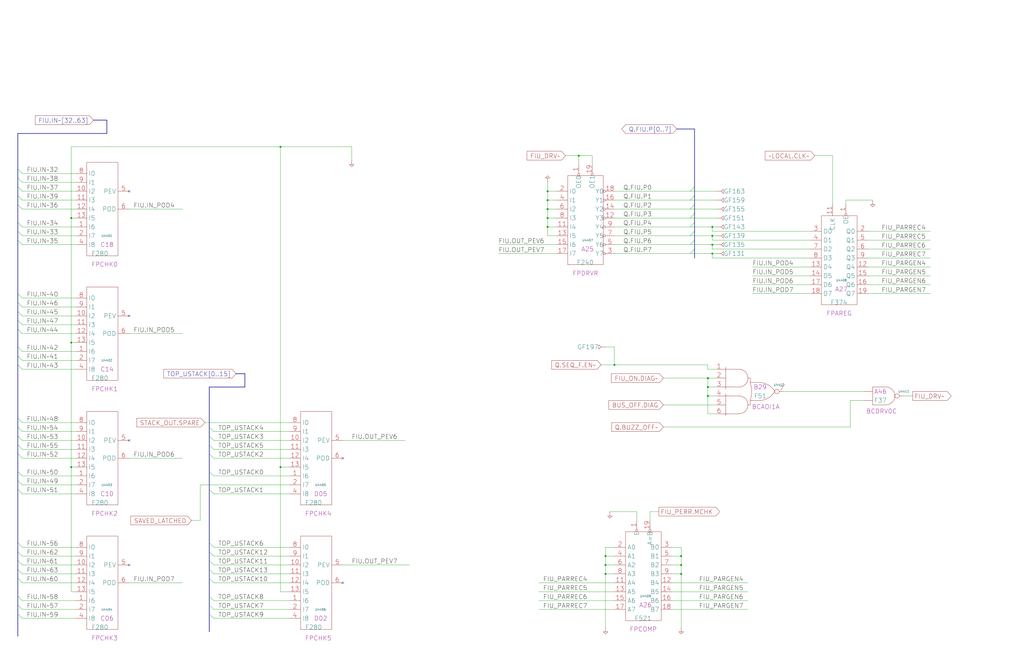
<source format=kicad_sch>
(kicad_sch (version 20250114) (generator "eeschema") (generator_version "9.0")
  (paper "User" 584.2 378.46)
  (title_block (title "FIU BUS TRANCEIVER\\nPARITY + BUS DRIVE LOGIC") (date "22-MAY-90") (rev "1.0") (comment 1 "SEQUENCER") (comment 2 "232-003064") (comment 3 "S400") (comment 4 "RELEASED"))
  (lib_symbols
    (symbol "r1000:F240" (pin_names (offset 1.016))
      (property "Reference" "U" (at 2.54 5.08 0))
      (property "Value" "F240" (at -3.81 -7.62 0))
      (property "Location" "___" (at -1.27 0 0))
      (property "Name" "______" (at 1.27 -15.24 0))
      (symbol "F240_1_1"
        (rectangle (start -8.89 41.91) (end 11.43 -8.89))
        (circle (center -2.54 42.545) (radius 0.635))
        (circle (center 5.08 42.545) (radius 0.635))
        (circle (center 12.065 33.02) (radius 0.635))
        (circle (center 12.065 27.94) (radius 0.635))
        (circle (center 12.065 22.86) (radius 0.635))
        (circle (center 12.065 17.78) (radius 0.635))
        (circle (center 12.065 12.7) (radius 0.635))
        (circle (center 12.065 7.62) (radius 0.635))
        (circle (center 12.065 2.54) (radius 0.635))
        (circle (center 12.065 -2.54) (radius 0.635))
        (pin input line (at -15.24 33.02 0) (length 6.35) (name "I0") (number "2"))
        (pin input line (at -15.24 27.94 0) (length 6.35) (name "I1") (number "4"))
        (pin input line (at -15.24 22.86 0) (length 6.35) (name "I2") (number "6"))
        (pin input line (at -15.24 17.78 0) (length 6.35) (name "I3") (number "8"))
        (pin input line (at -15.24 12.7 0) (length 6.35) (name "I4") (number "11"))
        (pin input line (at -15.24 7.62 0) (length 6.35) (name "I5") (number "13"))
        (pin input line (at -15.24 2.54 0) (length 6.35) (name "I6") (number "15"))
        (pin input line (at -15.24 -2.54 0) (length 6.35) (name "I7") (number "17"))
        (pin input line (at -2.54 48.26 270) (length 5.08) (name "OE0") (number "1"))
        (pin input line (at 5.08 48.26 270) (length 5.08) (name "OE1") (number "19"))
        (pin tri_state line (at 17.78 33.02 180) (length 5.08) (name "Y0") (number "18"))
        (pin tri_state line (at 17.78 27.94 180) (length 5.08) (name "Y1") (number "16"))
        (pin tri_state line (at 17.78 22.86 180) (length 5.08) (name "Y2") (number "14"))
        (pin tri_state line (at 17.78 17.78 180) (length 5.08) (name "Y3") (number "12"))
        (pin tri_state line (at 17.78 12.7 180) (length 5.08) (name "Y4") (number "9"))
        (pin tri_state line (at 17.78 7.62 180) (length 5.08) (name "Y5") (number "7"))
        (pin tri_state line (at 17.78 2.54 180) (length 5.08) (name "Y6") (number "5"))
        (pin tri_state line (at 17.78 -2.54 180) (length 5.08) (name "Y7") (number "3"))
      )
    )
    (symbol "r1000:F280" (pin_names (offset 1.016))
      (property "Reference" "U" (at 2.54 5.08 0))
      (property "Value" "F280" (at -6.35 -5.08 0))
      (property "Location" "___" (at -1.27 0 0))
      (property "Name" "______" (at 1.27 -12.7 0))
      (symbol "F280_1_1"
        (rectangle (start -8.89 46.99) (end 8.89 -6.35))
        (pin input line (at -15.24 40.64 0) (length 6.35) (name "I0") (number "8"))
        (pin input line (at -15.24 35.56 0) (length 6.35) (name "I1") (number "9"))
        (pin input line (at -15.24 30.48 0) (length 6.35) (name "I2") (number "10"))
        (pin input line (at -15.24 25.4 0) (length 6.35) (name "I3") (number "11"))
        (pin input line (at -15.24 20.32 0) (length 6.35) (name "I4") (number "12"))
        (pin input line (at -15.24 15.24 0) (length 6.35) (name "I5") (number "13"))
        (pin input line (at -15.24 10.16 0) (length 6.35) (name "I6") (number "1"))
        (pin input line (at -15.24 5.08 0) (length 6.35) (name "I7") (number "2"))
        (pin input line (at -15.24 0 0) (length 6.35) (name "I8") (number "4"))
        (pin output line (at 15.24 30.48 180) (length 6.35) (name "PEV") (number "5"))
        (pin output line (at 15.24 20.32 180) (length 6.35) (name "POD") (number "6"))
      )
    )
    (symbol "r1000:F37" (pin_numbers (hide yes)) (pin_names (offset 0) (hide yes))
      (property "Reference" "U" (at 15.24 0 0))
      (property "Value" "F37" (at 1.905 -5.08 0))
      (property "Location" "___" (at 1.905 0 0))
      (property "Name" "______" (at 2.54 -12.7 0))
      (symbol "F37_0_1"
        (polyline (pts (xy -2.54 2.54) (xy -2.54 -7.62)) (stroke (width 0.1524)))
        (polyline (pts (xy -2.54 2.54) (xy 5.08 2.54)) (stroke (width 0.1524)))
        (polyline (pts (xy -2.54 -7.62) (xy 5.08 -7.62)) (stroke (width 0.1524)))
        (arc (start 5.08 2.54) (mid 10.1281 -2.54) (end 5.08 -7.62) (stroke (width 0.1524)))
        (circle (center 11.43 -2.54) (radius 1.27) (stroke (width 0.1524)))
      )
      (symbol "F37_0_2"
        (arc (start -3.175 2.54) (mid -2.134 -2.54) (end -3.175 -7.62) (stroke (width 0.1524)))
        (circle (center -3.81 0) (radius 1.27) (stroke (width 0.1524)))
        (circle (center -3.81 -5.08) (radius 1.27) (stroke (width 0.1524)))
        (polyline (pts (xy -3.175 2.54) (xy 3.81 2.54)) (stroke (width 0.1524)))
        (polyline (pts (xy -3.175 -7.62) (xy 3.81 -7.62)) (stroke (width 0.1524)))
        (arc (start 3.81 2.54) (mid 7.5828 0.7472) (end 10.16 -2.54) (stroke (width 0.1524)))
        (arc (start 10.16 -2.54) (mid 7.5855 -5.8306) (end 3.81 -7.62) (stroke (width 0.1524)))
      )
      (symbol "F37_1_1"
        (pin input line (at -7.62 0 0) (length 5.08) (name "D0") (number "1"))
        (pin input line (at -7.62 -5.08 0) (length 5.08) (name "D1") (number "2"))
        (pin output line (at 15.24 -2.54 180) (length 2.54) (name "Q") (number "3"))
      )
      (symbol "F37_1_2"
        (pin input line (at -7.62 0 0) (length 2.54) (name "D0") (number "1"))
        (pin input line (at -7.62 -5.08 0) (length 2.54) (name "D1") (number "2"))
        (pin output line (at 15.24 -2.54 180) (length 5.08) (name "Q") (number "3"))
      )
    )
    (symbol "r1000:F374" (pin_names (offset 1.016))
      (property "Reference" "U" (at 2.54 5.08 0))
      (property "Value" "F374" (at -3.81 -7.62 0))
      (property "Location" "___" (at -1.27 0 0))
      (property "Name" "______" (at 1.27 -15.24 0))
      (symbol "F374_1_1"
        (rectangle (start -8.89 41.91) (end 11.43 -8.89))
        (circle (center 5.08 42.545) (radius 0.635))
        (pin input line (at -15.24 33.02 0) (length 6.35) (name "D0") (number "3"))
        (pin input line (at -15.24 27.94 0) (length 6.35) (name "D1") (number "4"))
        (pin input line (at -15.24 22.86 0) (length 6.35) (name "D2") (number "7"))
        (pin input line (at -15.24 17.78 0) (length 6.35) (name "D3") (number "8"))
        (pin input line (at -15.24 12.7 0) (length 6.35) (name "D4") (number "13"))
        (pin input line (at -15.24 7.62 0) (length 6.35) (name "D5") (number "14"))
        (pin input line (at -15.24 2.54 0) (length 6.35) (name "D6") (number "17"))
        (pin input line (at -15.24 -2.54 0) (length 6.35) (name "D7") (number "18"))
        (pin input line (at -2.54 48.26 270) (length 6.35) (name "CLK") (number "11"))
        (pin input line (at 5.08 48.26 270) (length 5.08) (name "OE") (number "1"))
        (pin tri_state line (at 17.78 33.02 180) (length 6.35) (name "Q0") (number "2"))
        (pin tri_state line (at 17.78 27.94 180) (length 6.35) (name "Q1") (number "5"))
        (pin tri_state line (at 17.78 22.86 180) (length 6.35) (name "Q2") (number "6"))
        (pin tri_state line (at 17.78 17.78 180) (length 6.35) (name "Q3") (number "9"))
        (pin tri_state line (at 17.78 12.7 180) (length 6.35) (name "Q4") (number "12"))
        (pin tri_state line (at 17.78 7.62 180) (length 6.35) (name "Q5") (number "15"))
        (pin tri_state line (at 17.78 2.54 180) (length 6.35) (name "Q6") (number "16"))
        (pin tri_state line (at 17.78 -2.54 180) (length 6.35) (name "Q7") (number "19"))
      )
    )
    (symbol "r1000:F51" (pin_names (hide yes))
      (property "Reference" "U" (at 12.7 1.27 0))
      (property "Value" "F51" (at 1.905 -5.08 0))
      (property "Location" "___" (at 1.905 0 0))
      (property "Name" "______" (at 5.08 -12.7 0))
      (symbol "F51_0_0"
        (polyline (pts (xy -20.32 10.16) (xy -17.78 10.16)) (stroke (width 0.1524)))
        (polyline (pts (xy -20.32 5.08) (xy -17.78 5.08)) (stroke (width 0.1524)))
        (polyline (pts (xy -20.32 0) (xy -17.78 0)) (stroke (width 0.1524)))
        (polyline (pts (xy -20.32 -5.08) (xy -17.78 -5.08)) (stroke (width 0.1524)))
        (polyline (pts (xy -20.32 -10.16) (xy -17.78 -10.16)) (stroke (width 0.1524)))
        (polyline (pts (xy -20.32 -15.24) (xy -17.78 -15.24)) (stroke (width 0.1524)))
        (arc (start -3.8173 2.54) (mid -2.9926 -2.54) (end -3.8173 -7.62) (stroke (width 0.1524)))
        (polyline (pts (xy -17.78 11.43) (xy -17.78 -1.27)) (stroke (width 0.1524)))
        (polyline (pts (xy -17.78 -3.81) (xy -17.78 -16.51)) (stroke (width 0.1524)))
        (polyline (pts (xy -10.16 10.16) (xy -17.78 10.16)) (stroke (width 0.1524)))
        (arc (start -10.16 10.16) (mid -6.5679 8.6721) (end -5.08 5.08) (stroke (width 0.1524)))
        (arc (start -5.08 5.08) (mid -6.5679 1.4879) (end -10.16 0) (stroke (width 0.1524)))
        (polyline (pts (xy -10.16 0) (xy -17.78 0)) (stroke (width 0.1524)))
        (polyline (pts (xy -10.16 -5.08) (xy -17.78 -5.08)) (stroke (width 0.1524)))
        (arc (start -10.16 -5.08) (mid -6.5679 -6.5679) (end -5.08 -10.16) (stroke (width 0.1524)))
        (arc (start -5.08 -10.16) (mid -6.5679 -13.7521) (end -10.16 -15.24) (stroke (width 0.1524)))
        (polyline (pts (xy -10.16 -15.24) (xy -17.78 -15.24)) (stroke (width 0.1524)))
        (polyline (pts (xy -5.08 5.08) (xy -3.81 5.08) (xy -3.81 2.54)) (stroke (width 0.1524)))
        (polyline (pts (xy -5.08 -10.16) (xy -3.81 -10.16) (xy -3.81 -7.62)) (stroke (width 0.1524)))
        (polyline (pts (xy -3.81 2.54) (xy 2.54 2.54)) (stroke (width 0.1524)))
        (polyline (pts (xy -3.81 -7.62) (xy 2.54 -7.62)) (stroke (width 0.1524)))
        (arc (start 10.16 -2.54) (mid 6.9504 -5.9807) (end 2.54 -7.62) (stroke (width 0.1524)))
        (arc (start 2.54 2.54) (mid 6.9516 0.9024) (end 10.16 -2.54) (stroke (width 0.1524)))
        (circle (center 11.43 -2.54) (radius 1.27) (stroke (width 0.1524)))
      )
      (symbol "F51_1_1"
        (pin input line (at -22.86 10.16 0) (length 2.54) (name "A1") (number "1"))
        (pin input line (at -22.86 5.08 0) (length 2.54) (name "A2") (number "2"))
        (pin input line (at -22.86 0 0) (length 2.54) (name "A3") (number "3"))
        (pin input line (at -22.86 -5.08 0) (length 2.54) (name "B1") (number "4"))
        (pin input line (at -22.86 -10.16 0) (length 2.54) (name "B2") (number "5"))
        (pin input line (at -22.86 -15.24 0) (length 2.54) (name "B3") (number "6"))
        (pin output line (at 15.24 -2.54 180) (length 2.54) (name "Q") (number "7"))
      )
    )
    (symbol "r1000:F521" (pin_names (offset 1.016))
      (property "Reference" "U" (at 2.54 5.08 0))
      (property "Value" "F521" (at -3.81 -7.62 0))
      (property "Location" "___" (at -1.27 0 0))
      (property "Name" "______" (at 1.27 -15.24 0))
      (symbol "F521_1_1"
        (rectangle (start -8.89 41.91) (end 11.43 -8.89))
        (circle (center -2.54 42.545) (radius 0.635))
        (circle (center 5.08 42.545) (radius 0.635))
        (pin input line (at -15.24 33.02 0) (length 6.35) (name "A0") (number "2"))
        (pin input line (at -15.24 27.94 0) (length 6.35) (name "A1") (number "4"))
        (pin input line (at -15.24 22.86 0) (length 6.35) (name "A2") (number "6"))
        (pin input line (at -15.24 17.78 0) (length 6.35) (name "A3") (number "8"))
        (pin input line (at -15.24 12.7 0) (length 6.35) (name "A4") (number "11"))
        (pin input line (at -15.24 7.62 0) (length 6.35) (name "A5") (number "13"))
        (pin input line (at -15.24 2.54 0) (length 6.35) (name "A6") (number "15"))
        (pin input line (at -15.24 -2.54 0) (length 6.35) (name "A7") (number "17"))
        (pin input line (at -2.54 48.26 270) (length 5.08) (name "E") (number "1"))
        (pin output line (at 5.08 48.26 270) (length 5.08) (name "A=B") (number "19"))
        (pin input line (at 17.78 33.02 180) (length 6.35) (name "B0") (number "3"))
        (pin input line (at 17.78 27.94 180) (length 6.35) (name "B1") (number "5"))
        (pin input line (at 17.78 22.86 180) (length 6.35) (name "B2") (number "7"))
        (pin input line (at 17.78 17.78 180) (length 6.35) (name "B3") (number "9"))
        (pin input line (at 17.78 12.7 180) (length 6.35) (name "B4") (number "12"))
        (pin input line (at 17.78 7.62 180) (length 6.35) (name "B5") (number "14"))
        (pin input line (at 17.78 2.54 180) (length 6.35) (name "B6") (number "16"))
        (pin input line (at 17.78 -2.54 180) (length 6.35) (name "B7") (number "18"))
      )
    )
    (symbol "r1000:GF" (pin_numbers (hide yes)) (pin_names (offset 0) (hide yes))
      (property "Reference" "GF" (at 3.81 0 0))
      (symbol "GF_0_1"
        (polyline (pts (xy 2.54 0) (xy 3.81 1.27) (xy 3.81 -1.27) (xy 2.54 0)) (stroke (width 0.1524)))
      )
      (symbol "GF_1_1"
        (pin bidirectional line (at 0 0 0) (length 2.54) (name "") (number "1"))
      )
    )
    (symbol "r1000:PD" (power) (pin_numbers (hide yes)) (pin_names (hide yes)) (in_bom no)
      (symbol "PD_0_1"
        (polyline (pts (xy 0 -2.54) (xy 1.27 -2.54) (xy 0 -3.81) (xy -1.27 -2.54) (xy 0 -2.54)) (stroke (width 0.1524)))
      )
      (symbol "PD_1_1"
        (pin power_in line (at 0 0 270) (length 2.54) (name "PD") (number "1"))
      )
    )
    (symbol "r1000:PU" (power) (pin_numbers (hide yes)) (pin_names (hide yes))
      (symbol "PU_0_1"
        (polyline (pts (xy 0 2.54) (xy -1.27 2.54) (xy 0 3.81) (xy 1.27 2.54) (xy 0 2.54)) (stroke (width 0.1524)))
      )
      (symbol "PU_1_1"
        (pin power_in line (at 0 0 90) (length 2.54) (name "PU") (number "1"))
      )
    )
  )
  (junction (at 388.62 327.66))
  (junction (at 40.64 124.46))
  (junction (at 403.86 226.06))
  (junction (at 40.64 266.7))
  (junction (at 403.86 220.98))
  (junction (at 160.02 266.7))
  (junction (at 388.62 322.58))
  (junction (at 345.44 317.5))
  (junction (at 345.44 322.58))
  (junction (at 330.2 88.9))
  (junction (at 345.44 327.66))
  (junction (at 388.62 317.5))
  (junction (at 406.4 144.78))
  (junction (at 403.86 215.9))
  (junction (at 312.42 129.54))
  (junction (at 40.64 195.58))
  (junction (at 350.52 208.28))
  (junction (at 312.42 109.22))
  (junction (at 406.4 129.54))
  (junction (at 160.02 83.82))
  (junction (at 406.4 139.7))
  (junction (at 406.4 134.62))
  (junction (at 312.42 114.3))
  (junction (at 312.42 119.38))
  (junction (at 312.42 124.46))
  (no_connect (at 73.66 109.22))
  (no_connect (at 73.66 180.34))
  (no_connect (at 195.58 261.62))
  (no_connect (at 195.58 332.74))
  (no_connect (at 73.66 322.58))
  (no_connect (at 73.66 251.46))
  (bus_entry (at 396.24 121.92) (size -2.54 2.54))
  (bus_entry (at 10.16 254) (size 2.54 2.54))
  (bus_entry (at 10.16 172.72) (size 2.54 2.54))
  (bus_entry (at 10.16 248.92) (size 2.54 2.54))
  (bus_entry (at 396.24 142.24) (size -2.54 2.54))
  (bus_entry (at 10.16 101.6) (size 2.54 2.54))
  (bus_entry (at 10.16 320.04) (size 2.54 2.54))
  (bus_entry (at 10.16 177.8) (size 2.54 2.54))
  (bus_entry (at 119.38 320.04) (size 2.54 2.54))
  (bus_entry (at 10.16 96.52) (size 2.54 2.54))
  (bus_entry (at 10.16 137.16) (size 2.54 2.54))
  (bus_entry (at 10.16 208.28) (size 2.54 2.54))
  (bus_entry (at 119.38 279.4) (size 2.54 2.54))
  (bus_entry (at 10.16 309.88) (size 2.54 2.54))
  (bus_entry (at 396.24 106.68) (size -2.54 2.54))
  (bus_entry (at 10.16 350.52) (size 2.54 2.54))
  (bus_entry (at 10.16 314.96) (size 2.54 2.54))
  (bus_entry (at 10.16 182.88) (size 2.54 2.54))
  (bus_entry (at 10.16 345.44) (size 2.54 2.54))
  (bus_entry (at 119.38 330.2) (size 2.54 2.54))
  (bus_entry (at 10.16 111.76) (size 2.54 2.54))
  (bus_entry (at 119.38 345.44) (size 2.54 2.54))
  (bus_entry (at 10.16 274.32) (size 2.54 2.54))
  (bus_entry (at 10.16 279.4) (size 2.54 2.54))
  (bus_entry (at 119.38 350.52) (size 2.54 2.54))
  (bus_entry (at 10.16 203.2) (size 2.54 2.54))
  (bus_entry (at 396.24 127) (size -2.54 2.54))
  (bus_entry (at 10.16 269.24) (size 2.54 2.54))
  (bus_entry (at 119.38 269.24) (size 2.54 2.54))
  (bus_entry (at 10.16 340.36) (size 2.54 2.54))
  (bus_entry (at 10.16 198.12) (size 2.54 2.54))
  (bus_entry (at 119.38 314.96) (size 2.54 2.54))
  (bus_entry (at 10.16 325.12) (size 2.54 2.54))
  (bus_entry (at 119.38 309.88) (size 2.54 2.54))
  (bus_entry (at 396.24 111.76) (size -2.54 2.54))
  (bus_entry (at 396.24 132.08) (size -2.54 2.54))
  (bus_entry (at 119.38 340.36) (size 2.54 2.54))
  (bus_entry (at 119.38 243.84) (size 2.54 2.54))
  (bus_entry (at 10.16 167.64) (size 2.54 2.54))
  (bus_entry (at 10.16 330.2) (size 2.54 2.54))
  (bus_entry (at 119.38 259.08) (size 2.54 2.54))
  (bus_entry (at 10.16 238.76) (size 2.54 2.54))
  (bus_entry (at 396.24 116.84) (size -2.54 2.54))
  (bus_entry (at 10.16 106.68) (size 2.54 2.54))
  (bus_entry (at 10.16 132.08) (size 2.54 2.54))
  (bus_entry (at 10.16 243.84) (size 2.54 2.54))
  (bus_entry (at 119.38 325.12) (size 2.54 2.54))
  (bus_entry (at 396.24 137.16) (size -2.54 2.54))
  (bus_entry (at 10.16 187.96) (size 2.54 2.54))
  (bus_entry (at 119.38 248.92) (size 2.54 2.54))
  (bus_entry (at 10.16 116.84) (size 2.54 2.54))
  (bus_entry (at 119.38 254) (size 2.54 2.54))
  (bus_entry (at 10.16 259.08) (size 2.54 2.54))
  (bus_entry (at 10.16 127) (size 2.54 2.54))
  (wire (pts (xy 195.58 251.46) (xy 231.14 251.46)))
  (bus (pts (xy 10.16 208.28) (xy 10.16 238.76)))
  (wire (pts (xy 383.54 337.82) (xy 426.72 337.82)))
  (wire (pts (xy 383.54 312.42) (xy 388.62 312.42)))
  (wire (pts (xy 12.7 134.62) (xy 43.18 134.62)))
  (bus (pts (xy 10.16 101.6) (xy 10.16 106.68)))
  (wire (pts (xy 121.92 271.78) (xy 165.1 271.78)))
  (wire (pts (xy 114.3 276.86) (xy 165.1 276.86)))
  (wire (pts (xy 322.58 88.9) (xy 330.2 88.9)))
  (wire (pts (xy 378.46 243.84) (xy 485.14 243.84)))
  (bus (pts (xy 10.16 320.04) (xy 10.16 325.12)))
  (bus (pts (xy 10.16 274.32) (xy 10.16 279.4)))
  (wire (pts (xy 388.62 322.58) (xy 388.62 327.66)))
  (wire (pts (xy 350.52 109.22) (xy 393.7 109.22)))
  (bus (pts (xy 119.38 259.08) (xy 119.38 269.24)))
  (wire (pts (xy 284.48 144.78) (xy 317.5 144.78)))
  (wire (pts (xy 495.3 147.32) (xy 530.86 147.32)))
  (bus (pts (xy 119.38 320.04) (xy 119.38 325.12)))
  (wire (pts (xy 393.7 139.7) (xy 406.4 139.7)))
  (wire (pts (xy 12.7 185.42) (xy 43.18 185.42)))
  (wire (pts (xy 12.7 327.66) (xy 43.18 327.66)))
  (bus (pts (xy 10.16 167.64) (xy 10.16 172.72)))
  (bus (pts (xy 119.38 314.96) (xy 119.38 320.04)))
  (bus (pts (xy 396.24 127) (xy 396.24 132.08)))
  (bus (pts (xy 10.16 116.84) (xy 10.16 127)))
  (wire (pts (xy 495.3 162.56) (xy 530.86 162.56)))
  (wire (pts (xy 408.94 226.06) (xy 403.86 226.06)))
  (wire (pts (xy 307.34 342.9) (xy 350.52 342.9)))
  (bus (pts (xy 139.7 220.98) (xy 139.7 213.36)))
  (wire (pts (xy 350.52 124.46) (xy 393.7 124.46)))
  (wire (pts (xy 406.4 147.32) (xy 406.4 144.78)))
  (wire (pts (xy 12.7 276.86) (xy 43.18 276.86)))
  (wire (pts (xy 393.7 129.54) (xy 406.4 129.54)))
  (wire (pts (xy 406.4 144.78) (xy 408.94 144.78)))
  (wire (pts (xy 307.34 337.82) (xy 350.52 337.82)))
  (wire (pts (xy 383.54 332.74) (xy 426.72 332.74)))
  (wire (pts (xy 40.64 124.46) (xy 40.64 195.58)))
  (wire (pts (xy 40.64 266.7) (xy 40.64 337.82)))
  (wire (pts (xy 482.6 114.3) (xy 482.6 116.84)))
  (wire (pts (xy 345.44 312.42) (xy 345.44 317.5)))
  (wire (pts (xy 406.4 137.16) (xy 406.4 134.62)))
  (bus (pts (xy 119.38 340.36) (xy 119.38 345.44)))
  (bus (pts (xy 396.24 73.66) (xy 396.24 106.68)))
  (wire (pts (xy 447.04 223.52) (xy 492.76 223.52)))
  (wire (pts (xy 12.7 170.18) (xy 43.18 170.18)))
  (wire (pts (xy 121.92 322.58) (xy 165.1 322.58)))
  (wire (pts (xy 121.92 327.66) (xy 165.1 327.66)))
  (wire (pts (xy 350.52 312.42) (xy 345.44 312.42)))
  (wire (pts (xy 12.7 180.34) (xy 43.18 180.34)))
  (bus (pts (xy 119.38 345.44) (xy 119.38 350.52)))
  (wire (pts (xy 121.92 246.38) (xy 165.1 246.38)))
  (wire (pts (xy 160.02 83.82) (xy 40.64 83.82)))
  (bus (pts (xy 10.16 254) (xy 10.16 259.08)))
  (wire (pts (xy 312.42 109.22) (xy 317.5 109.22)))
  (bus (pts (xy 119.38 220.98) (xy 139.7 220.98)))
  (wire (pts (xy 342.9 208.28) (xy 350.52 208.28)))
  (bus (pts (xy 10.16 350.52) (xy 10.16 363.22)))
  (wire (pts (xy 312.42 119.38) (xy 312.42 114.3)))
  (wire (pts (xy 12.7 119.38) (xy 43.18 119.38)))
  (wire (pts (xy 406.4 134.62) (xy 408.94 134.62)))
  (bus (pts (xy 10.16 198.12) (xy 10.16 203.2)))
  (wire (pts (xy 330.2 88.9) (xy 330.2 93.98)))
  (bus (pts (xy 119.38 243.84) (xy 119.38 248.92)))
  (wire (pts (xy 40.64 124.46) (xy 43.18 124.46)))
  (wire (pts (xy 403.86 236.22) (xy 403.86 226.06)))
  (wire (pts (xy 114.3 297.18) (xy 114.3 276.86)))
  (wire (pts (xy 515.62 226.06) (xy 520.7 226.06)))
  (bus (pts (xy 10.16 248.92) (xy 10.16 254)))
  (wire (pts (xy 375.92 292.1) (xy 370.84 292.1)))
  (wire (pts (xy 195.58 322.58) (xy 233.68 322.58)))
  (wire (pts (xy 337.82 93.98) (xy 337.82 88.9)))
  (bus (pts (xy 386.08 73.66) (xy 396.24 73.66)))
  (bus (pts (xy 396.24 142.24) (xy 396.24 147.32)))
  (bus (pts (xy 119.38 279.4) (xy 119.38 309.88)))
  (wire (pts (xy 378.46 215.9) (xy 403.86 215.9)))
  (wire (pts (xy 345.44 322.58) (xy 345.44 327.66)))
  (bus (pts (xy 396.24 132.08) (xy 396.24 137.16)))
  (wire (pts (xy 12.7 104.14) (xy 43.18 104.14)))
  (wire (pts (xy 345.44 317.5) (xy 345.44 322.58)))
  (wire (pts (xy 495.3 152.4) (xy 530.86 152.4)))
  (wire (pts (xy 383.54 347.98) (xy 426.72 347.98)))
  (wire (pts (xy 121.92 281.94) (xy 165.1 281.94)))
  (wire (pts (xy 121.92 256.54) (xy 165.1 256.54)))
  (bus (pts (xy 119.38 350.52) (xy 119.38 360.68)))
  (wire (pts (xy 312.42 124.46) (xy 317.5 124.46)))
  (wire (pts (xy 345.44 327.66) (xy 345.44 358.14)))
  (wire (pts (xy 350.52 129.54) (xy 393.7 129.54)))
  (bus (pts (xy 10.16 76.2) (xy 60.96 76.2)))
  (wire (pts (xy 307.34 347.98) (xy 350.52 347.98)))
  (wire (pts (xy 121.92 317.5) (xy 165.1 317.5)))
  (wire (pts (xy 12.7 205.74) (xy 43.18 205.74)))
  (wire (pts (xy 12.7 271.78) (xy 43.18 271.78)))
  (wire (pts (xy 485.14 228.6) (xy 492.76 228.6)))
  (wire (pts (xy 121.92 347.98) (xy 165.1 347.98)))
  (bus (pts (xy 60.96 68.58) (xy 60.96 76.2)))
  (wire (pts (xy 12.7 114.3) (xy 43.18 114.3)))
  (wire (pts (xy 393.7 124.46) (xy 408.94 124.46)))
  (wire (pts (xy 347.98 292.1) (xy 363.22 292.1)))
  (wire (pts (xy 312.42 129.54) (xy 317.5 129.54)))
  (wire (pts (xy 40.64 266.7) (xy 43.18 266.7)))
  (bus (pts (xy 10.16 76.2) (xy 10.16 96.52)))
  (wire (pts (xy 12.7 261.62) (xy 43.18 261.62)))
  (wire (pts (xy 40.64 195.58) (xy 40.64 266.7)))
  (bus (pts (xy 10.16 172.72) (xy 10.16 177.8)))
  (wire (pts (xy 12.7 322.58) (xy 43.18 322.58)))
  (bus (pts (xy 396.24 121.92) (xy 396.24 127)))
  (bus (pts (xy 10.16 259.08) (xy 10.16 269.24)))
  (wire (pts (xy 383.54 327.66) (xy 388.62 327.66)))
  (wire (pts (xy 495.3 132.08) (xy 530.86 132.08)))
  (wire (pts (xy 12.7 109.22) (xy 43.18 109.22)))
  (bus (pts (xy 10.16 325.12) (xy 10.16 330.2)))
  (bus (pts (xy 10.16 243.84) (xy 10.16 248.92)))
  (wire (pts (xy 330.2 88.9) (xy 337.82 88.9)))
  (wire (pts (xy 363.22 292.1) (xy 363.22 297.18)))
  (wire (pts (xy 200.66 83.82) (xy 160.02 83.82)))
  (wire (pts (xy 388.62 327.66) (xy 388.62 358.14)))
  (wire (pts (xy 462.28 137.16) (xy 406.4 137.16)))
  (bus (pts (xy 10.16 330.2) (xy 10.16 340.36)))
  (bus (pts (xy 10.16 111.76) (xy 10.16 116.84)))
  (bus (pts (xy 10.16 269.24) (xy 10.16 274.32)))
  (wire (pts (xy 312.42 129.54) (xy 312.42 124.46)))
  (wire (pts (xy 495.3 167.64) (xy 530.86 167.64)))
  (wire (pts (xy 403.86 208.28) (xy 403.86 210.82)))
  (wire (pts (xy 312.42 114.3) (xy 312.42 109.22)))
  (bus (pts (xy 119.38 309.88) (xy 119.38 314.96)))
  (wire (pts (xy 429.26 162.56) (xy 462.28 162.56)))
  (wire (pts (xy 73.66 261.62) (xy 104.14 261.62)))
  (wire (pts (xy 462.28 142.24) (xy 406.4 142.24)))
  (wire (pts (xy 12.7 256.54) (xy 43.18 256.54)))
  (wire (pts (xy 350.52 198.12) (xy 350.52 208.28)))
  (wire (pts (xy 12.7 353.06) (xy 43.18 353.06)))
  (wire (pts (xy 121.92 312.42) (xy 165.1 312.42)))
  (wire (pts (xy 406.4 132.08) (xy 406.4 129.54)))
  (wire (pts (xy 393.7 114.3) (xy 408.94 114.3)))
  (wire (pts (xy 403.86 215.9) (xy 408.94 215.9)))
  (wire (pts (xy 12.7 312.42) (xy 43.18 312.42)))
  (bus (pts (xy 10.16 127) (xy 10.16 132.08)))
  (wire (pts (xy 307.34 332.74) (xy 350.52 332.74)))
  (bus (pts (xy 10.16 177.8) (xy 10.16 182.88)))
  (wire (pts (xy 345.44 322.58) (xy 350.52 322.58)))
  (wire (pts (xy 317.5 134.62) (xy 312.42 134.62)))
  (wire (pts (xy 350.52 114.3) (xy 393.7 114.3)))
  (bus (pts (xy 10.16 203.2) (xy 10.16 208.28)))
  (wire (pts (xy 12.7 342.9) (xy 43.18 342.9)))
  (wire (pts (xy 12.7 210.82) (xy 43.18 210.82)))
  (wire (pts (xy 12.7 139.7) (xy 43.18 139.7)))
  (wire (pts (xy 403.86 226.06) (xy 403.86 220.98)))
  (wire (pts (xy 312.42 124.46) (xy 312.42 119.38)))
  (wire (pts (xy 345.44 198.12) (xy 350.52 198.12)))
  (bus (pts (xy 10.16 132.08) (xy 10.16 137.16)))
  (wire (pts (xy 495.3 142.24) (xy 530.86 142.24)))
  (bus (pts (xy 119.38 248.92) (xy 119.38 254)))
  (wire (pts (xy 482.6 114.3) (xy 497.84 114.3)))
  (wire (pts (xy 406.4 129.54) (xy 408.94 129.54)))
  (bus (pts (xy 10.16 345.44) (xy 10.16 350.52)))
  (wire (pts (xy 383.54 322.58) (xy 388.62 322.58)))
  (wire (pts (xy 165.1 337.82) (xy 160.02 337.82)))
  (wire (pts (xy 388.62 312.42) (xy 388.62 317.5)))
  (bus (pts (xy 134.62 213.36) (xy 139.7 213.36)))
  (wire (pts (xy 350.52 134.62) (xy 393.7 134.62)))
  (wire (pts (xy 350.52 144.78) (xy 393.7 144.78)))
  (bus (pts (xy 119.38 254) (xy 119.38 259.08)))
  (wire (pts (xy 429.26 152.4) (xy 462.28 152.4)))
  (bus (pts (xy 396.24 106.68) (xy 396.24 111.76)))
  (wire (pts (xy 408.94 236.22) (xy 403.86 236.22)))
  (bus (pts (xy 119.38 269.24) (xy 119.38 279.4)))
  (wire (pts (xy 12.7 251.46) (xy 43.18 251.46)))
  (wire (pts (xy 12.7 99.06) (xy 43.18 99.06)))
  (wire (pts (xy 40.64 195.58) (xy 43.18 195.58)))
  (bus (pts (xy 10.16 106.68) (xy 10.16 111.76)))
  (wire (pts (xy 350.52 139.7) (xy 393.7 139.7)))
  (wire (pts (xy 393.7 144.78) (xy 406.4 144.78)))
  (wire (pts (xy 12.7 241.3) (xy 43.18 241.3)))
  (wire (pts (xy 383.54 317.5) (xy 388.62 317.5)))
  (bus (pts (xy 10.16 187.96) (xy 10.16 198.12)))
  (wire (pts (xy 312.42 119.38) (xy 317.5 119.38)))
  (wire (pts (xy 12.7 317.5) (xy 43.18 317.5)))
  (wire (pts (xy 40.64 337.82) (xy 43.18 337.82)))
  (wire (pts (xy 403.86 220.98) (xy 403.86 215.9)))
  (bus (pts (xy 10.16 314.96) (xy 10.16 320.04)))
  (bus (pts (xy 10.16 137.16) (xy 10.16 167.64)))
  (wire (pts (xy 350.52 208.28) (xy 403.86 208.28)))
  (bus (pts (xy 10.16 340.36) (xy 10.16 345.44)))
  (bus (pts (xy 396.24 116.84) (xy 396.24 121.92)))
  (wire (pts (xy 12.7 190.5) (xy 43.18 190.5)))
  (wire (pts (xy 495.3 137.16) (xy 530.86 137.16)))
  (wire (pts (xy 403.86 210.82) (xy 408.94 210.82)))
  (bus (pts (xy 10.16 238.76) (xy 10.16 243.84)))
  (wire (pts (xy 12.7 332.74) (xy 43.18 332.74)))
  (wire (pts (xy 345.44 327.66) (xy 350.52 327.66)))
  (wire (pts (xy 73.66 190.5) (xy 104.14 190.5)))
  (wire (pts (xy 12.7 175.26) (xy 43.18 175.26)))
  (wire (pts (xy 429.26 167.64) (xy 462.28 167.64)))
  (wire (pts (xy 12.7 246.38) (xy 43.18 246.38)))
  (bus (pts (xy 119.38 325.12) (xy 119.38 330.2)))
  (wire (pts (xy 393.7 119.38) (xy 408.94 119.38)))
  (wire (pts (xy 464.82 88.9) (xy 474.98 88.9)))
  (wire (pts (xy 160.02 83.82) (xy 160.02 266.7)))
  (wire (pts (xy 121.92 251.46) (xy 165.1 251.46)))
  (wire (pts (xy 393.7 109.22) (xy 408.94 109.22)))
  (wire (pts (xy 378.46 231.14) (xy 408.94 231.14)))
  (bus (pts (xy 10.16 96.52) (xy 10.16 101.6)))
  (wire (pts (xy 40.64 83.82) (xy 40.64 124.46)))
  (bus (pts (xy 10.16 309.88) (xy 10.16 314.96)))
  (wire (pts (xy 462.28 132.08) (xy 406.4 132.08)))
  (wire (pts (xy 284.48 139.7) (xy 317.5 139.7)))
  (bus (pts (xy 10.16 182.88) (xy 10.16 187.96)))
  (wire (pts (xy 121.92 353.06) (xy 165.1 353.06)))
  (wire (pts (xy 200.66 91.44) (xy 200.66 83.82)))
  (wire (pts (xy 408.94 220.98) (xy 403.86 220.98)))
  (wire (pts (xy 312.42 109.22) (xy 312.42 104.14)))
  (wire (pts (xy 12.7 200.66) (xy 43.18 200.66)))
  (wire (pts (xy 370.84 292.1) (xy 370.84 297.18)))
  (wire (pts (xy 383.54 342.9) (xy 426.72 342.9)))
  (wire (pts (xy 12.7 281.94) (xy 43.18 281.94)))
  (wire (pts (xy 116.84 241.3) (xy 165.1 241.3)))
  (wire (pts (xy 121.92 261.62) (xy 165.1 261.62)))
  (wire (pts (xy 462.28 147.32) (xy 406.4 147.32)))
  (wire (pts (xy 12.7 347.98) (xy 43.18 347.98)))
  (wire (pts (xy 121.92 342.9) (xy 165.1 342.9)))
  (wire (pts (xy 73.66 119.38) (xy 104.14 119.38)))
  (wire (pts (xy 12.7 129.54) (xy 43.18 129.54)))
  (wire (pts (xy 474.98 88.9) (xy 474.98 116.84)))
  (wire (pts (xy 485.14 243.84) (xy 485.14 228.6)))
  (wire (pts (xy 350.52 119.38) (xy 393.7 119.38)))
  (wire (pts (xy 312.42 134.62) (xy 312.42 129.54)))
  (wire (pts (xy 406.4 142.24) (xy 406.4 139.7)))
  (wire (pts (xy 388.62 317.5) (xy 388.62 322.58)))
  (wire (pts (xy 406.4 139.7) (xy 408.94 139.7)))
  (bus (pts (xy 10.16 279.4) (xy 10.16 309.88)))
  (bus (pts (xy 119.38 330.2) (xy 119.38 340.36)))
  (bus (pts (xy 53.34 68.58) (xy 60.96 68.58)))
  (wire (pts (xy 429.26 157.48) (xy 462.28 157.48)))
  (wire (pts (xy 121.92 332.74) (xy 165.1 332.74)))
  (wire (pts (xy 160.02 266.7) (xy 165.1 266.7)))
  (bus (pts (xy 119.38 220.98) (xy 119.38 243.84)))
  (wire (pts (xy 345.44 317.5) (xy 350.52 317.5)))
  (bus (pts (xy 396.24 137.16) (xy 396.24 142.24)))
  (wire (pts (xy 109.22 297.18) (xy 114.3 297.18)))
  (bus (pts (xy 396.24 111.76) (xy 396.24 116.84)))
  (wire (pts (xy 73.66 332.74) (xy 104.14 332.74)))
  (wire (pts (xy 495.3 157.48) (xy 530.86 157.48)))
  (wire (pts (xy 312.42 114.3) (xy 317.5 114.3)))
  (wire (pts (xy 160.02 337.82) (xy 160.02 266.7)))
  (wire (pts (xy 393.7 134.62) (xy 406.4 134.62)))
  (label "FIU.IN~32" (at 15.24 99.06 0) (effects (font (size 2.54 2.54))))
  (label "Q.FIU.P6" (at 355.6 139.7 0) (effects (font (size 2.54 2.54))))
  (label "TOP_USTACK10" (at 124.46 332.74 0) (effects (font (size 2.54 2.54))))
  (label "Q.FIU.P2" (at 355.6 119.38 0) (effects (font (size 2.54 2.54))))
  (label "FIU_PARREC4" (at 309.88 332.74 0) (effects (font (size 2.54 2.54))))
  (label "FIU.IN~42" (at 15.24 200.66 0) (effects (font (size 2.54 2.54))))
  (label "FIU.IN~36" (at 15.24 119.38 0) (effects (font (size 2.54 2.54))))
  (label "TOP_USTACK0" (at 124.46 271.78 0) (effects (font (size 2.54 2.54))))
  (label "FIU_PARREC5" (at 502.92 137.16 0) (effects (font (size 2.54 2.54))))
  (label "TOP_USTACK2" (at 124.46 261.62 0) (effects (font (size 2.54 2.54))))
  (label "FIU.OUT_PEV6" (at 200.66 251.46 0) (effects (font (size 2.54 2.54))))
  (label "FIU.IN_POD6" (at 429.26 162.56 0) (effects (font (size 2.54 2.54))))
  (label "FIU.IN~41" (at 15.24 205.74 0) (effects (font (size 2.54 2.54))))
  (label "FIU.IN~60" (at 15.24 332.74 0) (effects (font (size 2.54 2.54))))
  (label "FIU.IN~33" (at 15.24 134.62 0) (effects (font (size 2.54 2.54))))
  (label "FIU.IN_POD5" (at 76.2 190.5 0) (effects (font (size 2.54 2.54))))
  (label "FIU.IN_POD7" (at 76.2 332.74 0) (effects (font (size 2.54 2.54))))
  (label "FIU.IN_POD5" (at 429.26 157.48 0) (effects (font (size 2.54 2.54))))
  (label "FIU_PARREC4" (at 502.92 132.08 0) (effects (font (size 2.54 2.54))))
  (label "TOP_USTACK1" (at 124.46 281.94 0) (effects (font (size 2.54 2.54))))
  (label "FIU.IN~38" (at 15.24 104.14 0) (effects (font (size 2.54 2.54))))
  (label "FIU_PARREC7" (at 502.92 147.32 0) (effects (font (size 2.54 2.54))))
  (label "FIU_PARGEN6" (at 502.92 162.56 0) (effects (font (size 2.54 2.54))))
  (label "Q.FIU.P1" (at 355.6 114.3 0) (effects (font (size 2.54 2.54))))
  (label "TOP_USTACK13" (at 124.46 327.66 0) (effects (font (size 2.54 2.54))))
  (label "FIU.IN~44" (at 15.24 190.5 0) (effects (font (size 2.54 2.54))))
  (label "FIU.IN~43" (at 15.24 210.82 0) (effects (font (size 2.54 2.54))))
  (label "Q.FIU.P4" (at 355.6 129.54 0) (effects (font (size 2.54 2.54))))
  (label "FIU.IN~46" (at 15.24 175.26 0) (effects (font (size 2.54 2.54))))
  (label "TOP_USTACK4" (at 124.46 246.38 0) (effects (font (size 2.54 2.54))))
  (label "FIU.IN~48" (at 15.24 241.3 0) (effects (font (size 2.54 2.54))))
  (label "FIU.OUT_PEV6" (at 284.48 139.7 0) (effects (font (size 2.54 2.54))))
  (label "FIU.IN~54" (at 15.24 246.38 0) (effects (font (size 2.54 2.54))))
  (label "TOP_USTACK9" (at 124.46 353.06 0) (effects (font (size 2.54 2.54))))
  (label "FIU_PARGEN7" (at 502.92 167.64 0) (effects (font (size 2.54 2.54))))
  (label "TOP_USTACK5" (at 124.46 256.54 0) (effects (font (size 2.54 2.54))))
  (label "FIU.IN~49" (at 15.24 276.86 0) (effects (font (size 2.54 2.54))))
  (label "FIU.IN~53" (at 15.24 251.46 0) (effects (font (size 2.54 2.54))))
  (label "FIU.IN~45" (at 15.24 180.34 0) (effects (font (size 2.54 2.54))))
  (label "FIU_PARGEN5" (at 398.78 337.82 0) (effects (font (size 2.54 2.54))))
  (label "FIU.IN~56" (at 15.24 312.42 0) (effects (font (size 2.54 2.54))))
  (label "TOP_USTACK8" (at 124.46 342.9 0) (effects (font (size 2.54 2.54))))
  (label "FIU_PARGEN6" (at 398.78 342.9 0) (effects (font (size 2.54 2.54))))
  (label "FIU.IN~35" (at 15.24 139.7 0) (effects (font (size 2.54 2.54))))
  (label "Q.FIU.P3" (at 355.6 124.46 0) (effects (font (size 2.54 2.54))))
  (label "FIU.OUT_PEV7" (at 284.48 144.78 0) (effects (font (size 2.54 2.54))))
  (label "FIU.IN~57" (at 15.24 347.98 0) (effects (font (size 2.54 2.54))))
  (label "FIU.IN~51" (at 15.24 281.94 0) (effects (font (size 2.54 2.54))))
  (label "FIU.IN~47" (at 15.24 185.42 0) (effects (font (size 2.54 2.54))))
  (label "FIU_PARGEN4" (at 398.78 332.74 0) (effects (font (size 2.54 2.54))))
  (label "FIU_PARREC5" (at 309.88 337.82 0) (effects (font (size 2.54 2.54))))
  (label "FIU.IN~55" (at 15.24 256.54 0) (effects (font (size 2.54 2.54))))
  (label "FIU.IN~34" (at 15.24 129.54 0) (effects (font (size 2.54 2.54))))
  (label "FIU.IN_POD4" (at 429.26 152.4 0) (effects (font (size 2.54 2.54))))
  (label "FIU.IN~39" (at 15.24 114.3 0) (effects (font (size 2.54 2.54))))
  (label "FIU.IN~50" (at 15.24 271.78 0) (effects (font (size 2.54 2.54))))
  (label "Q.FIU.P7" (at 355.6 144.78 0) (effects (font (size 2.54 2.54))))
  (label "FIU.IN_POD6" (at 76.2 261.62 0) (effects (font (size 2.54 2.54))))
  (label "FIU.IN_POD7" (at 429.26 167.64 0) (effects (font (size 2.54 2.54))))
  (label "FIU_PARGEN4" (at 502.92 152.4 0) (effects (font (size 2.54 2.54))))
  (label "FIU.IN~40" (at 15.24 170.18 0) (effects (font (size 2.54 2.54))))
  (label "FIU_PARREC6" (at 309.88 342.9 0) (effects (font (size 2.54 2.54))))
  (label "FIU.IN~37" (at 15.24 109.22 0) (effects (font (size 2.54 2.54))))
  (label "TOP_USTACK7" (at 124.46 347.98 0) (effects (font (size 2.54 2.54))))
  (label "TOP_USTACK11" (at 124.46 322.58 0) (effects (font (size 2.54 2.54))))
  (label "Q.FIU.P0" (at 355.6 109.22 0) (effects (font (size 2.54 2.54))))
  (label "FIU.OUT_PEV7" (at 200.66 322.58 0) (effects (font (size 2.54 2.54))))
  (label "FIU.IN~52" (at 15.24 261.62 0) (effects (font (size 2.54 2.54))))
  (label "FIU.IN~58" (at 15.24 342.9 0) (effects (font (size 2.54 2.54))))
  (label "FIU.IN~59" (at 15.24 353.06 0) (effects (font (size 2.54 2.54))))
  (label "TOP_USTACK6" (at 124.46 312.42 0) (effects (font (size 2.54 2.54))))
  (label "FIU_PARREC6" (at 502.92 142.24 0) (effects (font (size 2.54 2.54))))
  (label "FIU.IN~62" (at 15.24 317.5 0) (effects (font (size 2.54 2.54))))
  (label "FIU_PARGEN5" (at 502.92 157.48 0) (effects (font (size 2.54 2.54))))
  (label "FIU.IN_POD4" (at 76.2 119.38 0) (effects (font (size 2.54 2.54))))
  (label "TOP_USTACK3" (at 124.46 251.46 0) (effects (font (size 2.54 2.54))))
  (label "FIU_PARGEN7" (at 398.78 347.98 0) (effects (font (size 2.54 2.54))))
  (label "FIU.IN~61" (at 15.24 322.58 0) (effects (font (size 2.54 2.54))))
  (label "FIU.IN~63" (at 15.24 327.66 0) (effects (font (size 2.54 2.54))))
  (label "FIU_PARREC7" (at 309.88 347.98 0) (effects (font (size 2.54 2.54))))
  (label "Q.FIU.P5" (at 355.6 134.62 0) (effects (font (size 2.54 2.54))))
  (label "TOP_USTACK12" (at 124.46 317.5 0) (effects (font (size 2.54 2.54))))
  (global_label "TOP_USTACK[0..15]" (shape input) (at 134.62 213.36 180) (effects (font (size 2.54 2.54))) (property "Intersheetrefs" "${INTERSHEET_REFS}" (at 93.3873 213.2013 0) (effects (font (size 1.905 1.905)) (justify right))))
  (global_label "STACK_OUT.SPARE" (shape input) (at 116.84 241.3 180) (effects (font (size 2.54 2.54))) (property "Intersheetrefs" "${INTERSHEET_REFS}" (at 78.0264 241.1413 0) (effects (font (size 1.905 1.905)) (justify right))))
  (global_label "Q.BUZZ_OFF~" (shape input) (at 378.46 243.84 180) (effects (font (size 2.54 2.54))) (property "Intersheetrefs" "${INTERSHEET_REFS}" (at 348.9597 243.6813 0) (effects (font (size 1.905 1.905)) (justify right))))
  (global_label "FIU_DRV~" (shape input) (at 322.58 88.9 180) (effects (font (size 2.54 2.54))) (property "Intersheetrefs" "${INTERSHEET_REFS}" (at 300.6997 88.7413 0) (effects (font (size 1.905 1.905)) (justify right))))
  (global_label "BUS_OFF.DIAG" (shape input) (at 378.46 231.14 180) (effects (font (size 2.54 2.54))) (property "Intersheetrefs" "${INTERSHEET_REFS}" (at 347.3873 230.9813 0) (effects (font (size 1.905 1.905)) (justify right))))
  (global_label "FIU_ON.DIAG~" (shape input) (at 378.46 215.9 180) (effects (font (size 2.54 2.54))) (property "Intersheetrefs" "${INTERSHEET_REFS}" (at 348.8388 215.7413 0) (effects (font (size 1.905 1.905)) (justify right))))
  (global_label "~LOCAL.CLK~" (shape input) (at 464.82 88.9 180) (effects (font (size 2.54 2.54))) (property "Intersheetrefs" "${INTERSHEET_REFS}" (at 436.5292 88.7413 0) (effects (font (size 1.905 1.905)) (justify right))))
  (global_label "Q.FIU.P[0..7]" (shape bidirectional) (at 386.08 73.66 180) (effects (font (size 2.54 2.54))) (property "Intersheetrefs" "${INTERSHEET_REFS}" (at 356.9426 73.5013 0) (effects (font (size 1.905 1.905)) (justify right))))
  (global_label "Q.SEQ_F.EN~" (shape input) (at 342.9 208.28 180) (effects (font (size 2.54 2.54))) (property "Intersheetrefs" "${INTERSHEET_REFS}" (at 314.7302 208.1213 0) (effects (font (size 1.905 1.905)) (justify right))))
  (global_label "FIU_DRV~" (shape output) (at 520.7 226.06 0) (effects (font (size 2.54 2.54))) (property "Intersheetrefs" "${INTERSHEET_REFS}" (at 542.5803 225.9013 0) (effects (font (size 1.905 1.905)) (justify left))))
  (global_label "FIU_PERR.MCHK" (shape output) (at 375.92 292.1 0) (effects (font (size 2.54 2.54))) (property "Intersheetrefs" "${INTERSHEET_REFS}" (at 410.5003 291.9413 0) (effects (font (size 1.905 1.905)) (justify left))))
  (global_label "SAVED_LATCHED" (shape input) (at 109.22 297.18 180) (effects (font (size 2.54 2.54))) (property "Intersheetrefs" "${INTERSHEET_REFS}" (at 74.2587 297.0213 0) (effects (font (size 1.905 1.905)) (justify right))))
  (global_label "FIU.IN~[32..63]" (shape input) (at 53.34 68.58 180) (effects (font (size 2.54 2.54))) (property "Intersheetrefs" "${INTERSHEET_REFS}" (at 20.0902 68.4213 0) (effects (font (size 1.905 1.905)) (justify right))))
  (symbol (lib_id "r1000:F280") (at 58.42 281.94 0) (unit 1)
    (property "Reference" "U4403" (at 60.96 276.86 0))
    (property "Value" "F280" (at 52.07 287.02 0) (effects (font (size 2.54 2.54)) (justify left)))
    (property "Location" "C10" (at 57.15 281.94 0) (effects (font (size 2.54 2.54)) (justify left)))
    (property "Name" "FPCHK2" (at 59.69 294.64 0) (effects (font (size 2.54 2.54)) (justify bottom)))
  )
  (symbol (lib_id "r1000:GF") (at 408.94 109.22 0) (unit 1)
    (property "Reference" "GF163" (at 412.75 109.22 0) (effects (font (size 2.54 2.54)) (justify left)))
    (property "Value" "GF" (effects (hide yes)))
  )
  (symbol (lib_id "r1000:F521") (at 365.76 345.44 0) (unit 1)
    (property "Reference" "U4409" (at 368.3 340.36 0))
    (property "Value" "F521" (at 361.95 353.06 0) (effects (font (size 2.54 2.54)) (justify left)))
    (property "Location" "A26" (at 364.49 345.44 0) (effects (font (size 2.54 2.54)) (justify left)))
    (property "Name" "FPCOMP" (at 367.03 360.68 0) (effects (font (size 2.54 2.54)) (justify bottom)))
  )
  (symbol (lib_id "r1000:F374") (at 477.52 165.1 0) (unit 1)
    (property "Reference" "U4408" (at 480.06 160.02 0))
    (property "Value" "F374" (at 473.71 172.72 0) (effects (font (size 2.54 2.54)) (justify left)))
    (property "Location" "A27" (at 476.25 165.1 0) (effects (font (size 2.54 2.54)) (justify left)))
    (property "Name" "FPAREG" (at 478.79 180.34 0) (effects (font (size 2.54 2.54)) (justify bottom)))
  )
  (symbol (lib_id "r1000:GF") (at 408.94 119.38 0) (unit 1)
    (property "Reference" "GF155" (at 412.75 119.38 0) (effects (font (size 2.54 2.54)) (justify left)))
    (property "Value" "GF" (effects (hide yes)))
  )
  (symbol (lib_id "r1000:PD") (at 347.98 292.1 0) (unit 1) (in_bom no)
    (property "Reference" "#PWR04404" (effects (hide yes)))
    (property "Value" "PD" (effects (hide yes)))
  )
  (symbol (lib_id "r1000:GF") (at 345.44 198.12 0) (mirror y) (unit 1)
    (property "Reference" "GF197" (at 341.63 198.12 0) (effects (font (size 2.54 2.54)) (justify left)))
    (property "Value" "GF" (effects (hide yes)))
  )
  (symbol (lib_id "r1000:PD") (at 345.44 358.14 0) (unit 1) (in_bom no)
    (property "Reference" "#PWR04403" (effects (hide yes)))
    (property "Value" "PD" (effects (hide yes)))
  )
  (symbol (lib_id "r1000:PD") (at 388.62 358.14 0) (unit 1) (in_bom no)
    (property "Reference" "#PWR04405" (effects (hide yes)))
    (property "Value" "PD" (effects (hide yes)))
  )
  (symbol (lib_id "r1000:F280") (at 180.34 281.94 0) (unit 1)
    (property "Reference" "U4405" (at 182.88 276.86 0))
    (property "Value" "F280" (at 173.99 287.02 0) (effects (font (size 2.54 2.54)) (justify left)))
    (property "Location" "D05" (at 179.07 281.94 0) (effects (font (size 2.54 2.54)) (justify left)))
    (property "Name" "FPCHK4" (at 181.61 294.64 0) (effects (font (size 2.54 2.54)) (justify bottom)))
  )
  (symbol (lib_id "r1000:GF") (at 408.94 144.78 0) (unit 1)
    (property "Reference" "GF131" (at 412.75 144.78 0) (effects (font (size 2.54 2.54)) (justify left)))
    (property "Value" "GF" (effects (hide yes)))
  )
  (symbol (lib_id "r1000:GF") (at 408.94 134.62 0) (unit 1)
    (property "Reference" "GF139" (at 412.75 134.62 0) (effects (font (size 2.54 2.54)) (justify left)))
    (property "Value" "GF" (effects (hide yes)))
  )
  (symbol (lib_id "r1000:F280") (at 180.34 353.06 0) (unit 1)
    (property "Reference" "U4406" (at 182.88 347.98 0))
    (property "Value" "F280" (at 173.99 358.14 0) (effects (font (size 2.54 2.54)) (justify left)))
    (property "Location" "D02" (at 179.07 353.06 0) (effects (font (size 2.54 2.54)) (justify left)))
    (property "Name" "FPCHK5" (at 181.61 365.76 0) (effects (font (size 2.54 2.54)) (justify bottom)))
  )
  (symbol (lib_id "r1000:F51") (at 431.8 220.98 0) (unit 1)
    (property "Reference" "U4410" (at 444.5 219.71 0))
    (property "Value" "F51" (at 433.705 226.06 0) (effects (font (size 2.54 2.54))))
    (property "Location" "B29" (at 433.705 220.98 0) (effects (font (size 2.54 2.54))))
    (property "Name" "BCAOI1A" (at 436.88 233.68 0) (effects (font (size 2.54 2.54)) (justify bottom)))
  )
  (symbol (lib_id "r1000:F280") (at 58.42 353.06 0) (unit 1)
    (property "Reference" "U4404" (at 60.96 347.98 0))
    (property "Value" "F280" (at 52.07 358.14 0) (effects (font (size 2.54 2.54)) (justify left)))
    (property "Location" "C06" (at 57.15 353.06 0) (effects (font (size 2.54 2.54)) (justify left)))
    (property "Name" "FPCHK3" (at 59.69 365.76 0) (effects (font (size 2.54 2.54)) (justify bottom)))
  )
  (symbol (lib_id "r1000:PU") (at 312.42 104.14 0) (unit 1)
    (property "Reference" "#PWR04402" (effects (hide yes)))
    (property "Value" "PU" (effects (hide yes)))
  )
  (symbol (lib_id "r1000:F280") (at 58.42 210.82 0) (unit 1)
    (property "Reference" "U4402" (at 60.96 205.74 0))
    (property "Value" "F280" (at 52.07 215.9 0) (effects (font (size 2.54 2.54)) (justify left)))
    (property "Location" "C14" (at 57.15 210.82 0) (effects (font (size 2.54 2.54)) (justify left)))
    (property "Name" "FPCHK1" (at 59.69 223.52 0) (effects (font (size 2.54 2.54)) (justify bottom)))
  )
  (symbol (lib_id "r1000:GF") (at 408.94 129.54 0) (unit 1)
    (property "Reference" "GF143" (at 412.75 129.54 0) (effects (font (size 2.54 2.54)) (justify left)))
    (property "Value" "GF" (effects (hide yes)))
  )
  (symbol (lib_id "r1000:F37") (at 500.38 223.52 0) (unit 1)
    (property "Reference" "U4411" (at 515.62 223.52 0))
    (property "Value" "F37" (at 502.285 228.6 0) (effects (font (size 2.54 2.54))))
    (property "Location" "A46" (at 502.285 223.52 0) (effects (font (size 2.54 2.54))))
    (property "Name" "BCDRV0C" (at 502.92 236.22 0) (effects (font (size 2.54 2.54)) (justify bottom)))
  )
  (symbol (lib_id "r1000:PD") (at 497.84 114.3 0) (unit 1) (in_bom no)
    (property "Reference" "#PWR0143" (effects (hide yes)))
    (property "Value" "PD" (effects (hide yes)))
  )
  (symbol (lib_id "r1000:F240") (at 332.74 142.24 0) (unit 1)
    (property "Reference" "U4407" (at 335.28 137.16 0))
    (property "Value" "F240" (at 328.93 149.86 0) (effects (font (size 2.54 2.54)) (justify left)))
    (property "Location" "A25" (at 331.47 142.24 0) (effects (font (size 2.54 2.54)) (justify left)))
    (property "Name" "FPDRVR" (at 334.01 157.48 0) (effects (font (size 2.54 2.54)) (justify bottom)))
  )
  (symbol (lib_id "r1000:GF") (at 408.94 139.7 0) (unit 1)
    (property "Reference" "GF135" (at 412.75 139.7 0) (effects (font (size 2.54 2.54)) (justify left)))
    (property "Value" "GF" (effects (hide yes)))
  )
  (symbol (lib_id "r1000:GF") (at 408.94 114.3 0) (unit 1)
    (property "Reference" "GF159" (at 412.75 114.3 0) (effects (font (size 2.54 2.54)) (justify left)))
    (property "Value" "GF" (effects (hide yes)))
  )
  (symbol (lib_id "r1000:PD") (at 200.66 91.44 0) (unit 1) (in_bom no)
    (property "Reference" "#PWR04401" (effects (hide yes)))
    (property "Value" "PD" (effects (hide yes)))
  )
  (symbol (lib_id "r1000:F280") (at 58.42 139.7 0) (unit 1)
    (property "Reference" "U4401" (at 60.96 134.62 0))
    (property "Value" "F280" (at 52.07 144.78 0) (effects (font (size 2.54 2.54)) (justify left)))
    (property "Location" "C18" (at 57.15 139.7 0) (effects (font (size 2.54 2.54)) (justify left)))
    (property "Name" "FPCHK0" (at 59.69 152.4 0) (effects (font (size 2.54 2.54)) (justify bottom)))
  )
  (symbol (lib_id "r1000:GF") (at 408.94 124.46 0) (unit 1)
    (property "Reference" "GF151" (at 412.75 124.46 0) (effects (font (size 2.54 2.54)) (justify left)))
    (property "Value" "GF" (effects (hide yes)))
  )
)
</source>
